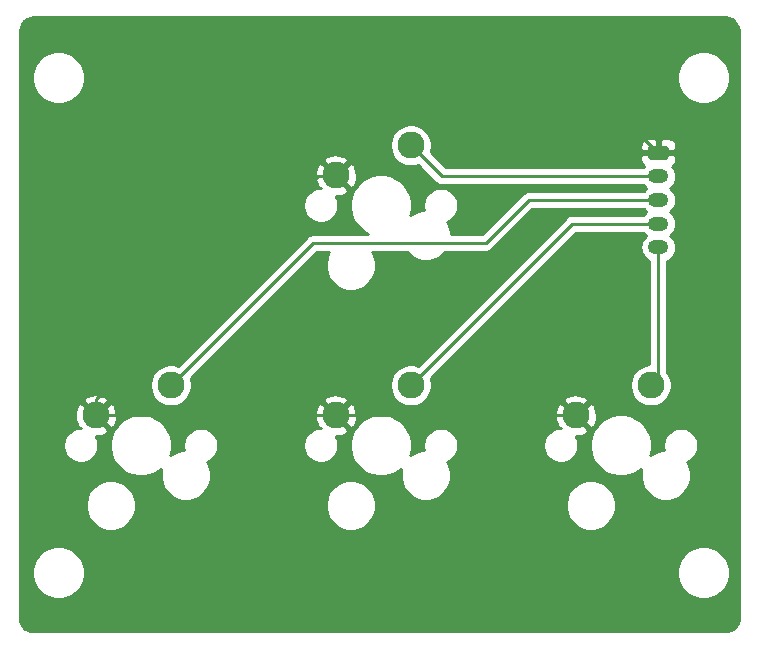
<source format=gtl>
%TF.GenerationSoftware,KiCad,Pcbnew,(5.1.12)-1*%
%TF.CreationDate,2021-12-29T15:11:16-05:00*%
%TF.ProjectId,4keymacropad,346b6579-6d61-4637-926f-7061642e6b69,rev?*%
%TF.SameCoordinates,Original*%
%TF.FileFunction,Copper,L1,Top*%
%TF.FilePolarity,Positive*%
%FSLAX46Y46*%
G04 Gerber Fmt 4.6, Leading zero omitted, Abs format (unit mm)*
G04 Created by KiCad (PCBNEW (5.1.12)-1) date 2021-12-29 15:11:16*
%MOMM*%
%LPD*%
G01*
G04 APERTURE LIST*
%TA.AperFunction,ComponentPad*%
%ADD10O,1.750000X1.200000*%
%TD*%
%TA.AperFunction,ComponentPad*%
%ADD11C,2.286000*%
%TD*%
%TA.AperFunction,Conductor*%
%ADD12C,0.250000*%
%TD*%
%TA.AperFunction,Conductor*%
%ADD13C,0.254000*%
%TD*%
%TA.AperFunction,Conductor*%
%ADD14C,0.100000*%
%TD*%
G04 APERTURE END LIST*
%TO.P,J1,1*%
%TO.N,GND*%
%TA.AperFunction,ComponentPad*%
G36*
G01*
X157489999Y-75600000D02*
X158740001Y-75600000D01*
G75*
G02*
X158990000Y-75849999I0J-249999D01*
G01*
X158990000Y-76550001D01*
G75*
G02*
X158740001Y-76800000I-249999J0D01*
G01*
X157489999Y-76800000D01*
G75*
G02*
X157240000Y-76550001I0J249999D01*
G01*
X157240000Y-75849999D01*
G75*
G02*
X157489999Y-75600000I249999J0D01*
G01*
G37*
%TD.AperFunction*%
D10*
%TO.P,J1,2*%
%TO.N,Net-(J1-Pad2)*%
X158115000Y-78200000D03*
%TO.P,J1,3*%
%TO.N,Net-(J1-Pad3)*%
X158115000Y-80200000D03*
%TO.P,J1,4*%
%TO.N,Net-(J1-Pad4)*%
X158115000Y-82200000D03*
%TO.P,J1,5*%
%TO.N,Net-(J1-Pad5)*%
X158115000Y-84200000D03*
%TD*%
D11*
%TO.P,SW1,1*%
%TO.N,Net-(J1-Pad2)*%
X137160000Y-75565000D03*
%TO.P,SW1,2*%
%TO.N,GND*%
X130810000Y-78105000D03*
%TD*%
%TO.P,SW2,2*%
%TO.N,GND*%
X110490000Y-98425000D03*
%TO.P,SW2,1*%
%TO.N,Net-(J1-Pad3)*%
X116840000Y-95885000D03*
%TD*%
%TO.P,SW3,2*%
%TO.N,GND*%
X130810000Y-98425000D03*
%TO.P,SW3,1*%
%TO.N,Net-(J1-Pad4)*%
X137160000Y-95885000D03*
%TD*%
%TO.P,SW4,1*%
%TO.N,Net-(J1-Pad5)*%
X157480000Y-95885000D03*
%TO.P,SW4,2*%
%TO.N,GND*%
X151130000Y-98425000D03*
%TD*%
D12*
%TO.N,GND*%
X135405002Y-73660000D02*
X130885001Y-78180001D01*
X110490000Y-97019368D02*
X110490000Y-98425000D01*
X129329367Y-78180001D02*
X110490000Y-97019368D01*
X130885001Y-78180001D02*
X129329367Y-78180001D01*
X110490000Y-98425000D02*
X130810000Y-98425000D01*
X151040002Y-98425000D02*
X151085001Y-98380001D01*
X130810000Y-98425000D02*
X151040002Y-98425000D01*
X158211410Y-76200000D02*
X158115000Y-76200000D01*
X158565010Y-75846400D02*
X158211410Y-76200000D01*
X155575000Y-73660000D02*
X135405002Y-73660000D01*
X158115000Y-76200000D02*
X155575000Y-73660000D01*
%TO.N,Net-(J1-Pad2)*%
X136430000Y-74835000D02*
X137235001Y-75640001D01*
X137255000Y-75660000D02*
X137235001Y-75640001D01*
X139795000Y-78200000D02*
X137235001Y-75640001D01*
X158115000Y-78200000D02*
X139795000Y-78200000D01*
%TO.N,Net-(J1-Pad3)*%
X143510000Y-83820000D02*
X143510000Y-83820000D01*
X147130000Y-80200000D02*
X143510000Y-83820000D01*
X158115000Y-80200000D02*
X147130000Y-80200000D01*
X128905000Y-83820000D02*
X116840000Y-95885000D01*
X143510000Y-83820000D02*
X128905000Y-83820000D01*
%TO.N,Net-(J1-Pad5)*%
X157480000Y-95795002D02*
X157435001Y-95840001D01*
%TO.N,Net-(J1-Pad4)*%
X157480000Y-82550000D02*
X157480000Y-82295000D01*
X150845000Y-82200000D02*
X137160000Y-95885000D01*
X158115000Y-82200000D02*
X150845000Y-82200000D01*
%TO.N,Net-(J1-Pad5)*%
X158115000Y-95160002D02*
X157435001Y-95840001D01*
X158115000Y-84200000D02*
X158115000Y-95160002D01*
%TD*%
D13*
%TO.N,GND*%
X163841875Y-64697234D02*
X164097622Y-64774448D01*
X164333504Y-64899869D01*
X164540530Y-65068716D01*
X164710813Y-65274554D01*
X164837879Y-65509556D01*
X164916876Y-65764756D01*
X164948001Y-66060891D01*
X164948000Y-115537721D01*
X164923603Y-115786540D01*
X164860717Y-115994830D01*
X164758572Y-116186938D01*
X164621052Y-116355554D01*
X164453409Y-116494240D01*
X164262017Y-116597725D01*
X164054166Y-116662066D01*
X163807419Y-116688000D01*
X105188279Y-116688000D01*
X104939460Y-116663603D01*
X104731170Y-116600717D01*
X104539062Y-116498572D01*
X104370446Y-116361052D01*
X104231760Y-116193409D01*
X104128275Y-116002017D01*
X104063934Y-115794166D01*
X104038000Y-115547419D01*
X104038000Y-111539872D01*
X105080000Y-111539872D01*
X105080000Y-111980128D01*
X105165890Y-112411925D01*
X105334369Y-112818669D01*
X105578962Y-113184729D01*
X105890271Y-113496038D01*
X106256331Y-113740631D01*
X106663075Y-113909110D01*
X107094872Y-113995000D01*
X107535128Y-113995000D01*
X107966925Y-113909110D01*
X108373669Y-113740631D01*
X108739729Y-113496038D01*
X109051038Y-113184729D01*
X109295631Y-112818669D01*
X109464110Y-112411925D01*
X109550000Y-111980128D01*
X109550000Y-111539872D01*
X159690000Y-111539872D01*
X159690000Y-111980128D01*
X159775890Y-112411925D01*
X159944369Y-112818669D01*
X160188962Y-113184729D01*
X160500271Y-113496038D01*
X160866331Y-113740631D01*
X161273075Y-113909110D01*
X161704872Y-113995000D01*
X162145128Y-113995000D01*
X162576925Y-113909110D01*
X162983669Y-113740631D01*
X163349729Y-113496038D01*
X163661038Y-113184729D01*
X163905631Y-112818669D01*
X164074110Y-112411925D01*
X164160000Y-111980128D01*
X164160000Y-111539872D01*
X164074110Y-111108075D01*
X163905631Y-110701331D01*
X163661038Y-110335271D01*
X163349729Y-110023962D01*
X162983669Y-109779369D01*
X162576925Y-109610890D01*
X162145128Y-109525000D01*
X161704872Y-109525000D01*
X161273075Y-109610890D01*
X160866331Y-109779369D01*
X160500271Y-110023962D01*
X160188962Y-110335271D01*
X159944369Y-110701331D01*
X159775890Y-111108075D01*
X159690000Y-111539872D01*
X109550000Y-111539872D01*
X109464110Y-111108075D01*
X109295631Y-110701331D01*
X109051038Y-110335271D01*
X108739729Y-110023962D01*
X108373669Y-109779369D01*
X107966925Y-109610890D01*
X107535128Y-109525000D01*
X107094872Y-109525000D01*
X106663075Y-109610890D01*
X106256331Y-109779369D01*
X105890271Y-110023962D01*
X105578962Y-110335271D01*
X105334369Y-110701331D01*
X105165890Y-111108075D01*
X105080000Y-111539872D01*
X104038000Y-111539872D01*
X104038000Y-105834721D01*
X109625000Y-105834721D01*
X109625000Y-106255279D01*
X109707047Y-106667756D01*
X109867988Y-107056302D01*
X110101637Y-107405983D01*
X110399017Y-107703363D01*
X110748698Y-107937012D01*
X111137244Y-108097953D01*
X111549721Y-108180000D01*
X111970279Y-108180000D01*
X112382756Y-108097953D01*
X112771302Y-107937012D01*
X113120983Y-107703363D01*
X113418363Y-107405983D01*
X113652012Y-107056302D01*
X113812953Y-106667756D01*
X113895000Y-106255279D01*
X113895000Y-105834721D01*
X129945000Y-105834721D01*
X129945000Y-106255279D01*
X130027047Y-106667756D01*
X130187988Y-107056302D01*
X130421637Y-107405983D01*
X130719017Y-107703363D01*
X131068698Y-107937012D01*
X131457244Y-108097953D01*
X131869721Y-108180000D01*
X132290279Y-108180000D01*
X132702756Y-108097953D01*
X133091302Y-107937012D01*
X133440983Y-107703363D01*
X133738363Y-107405983D01*
X133972012Y-107056302D01*
X134132953Y-106667756D01*
X134215000Y-106255279D01*
X134215000Y-105834721D01*
X150265000Y-105834721D01*
X150265000Y-106255279D01*
X150347047Y-106667756D01*
X150507988Y-107056302D01*
X150741637Y-107405983D01*
X151039017Y-107703363D01*
X151388698Y-107937012D01*
X151777244Y-108097953D01*
X152189721Y-108180000D01*
X152610279Y-108180000D01*
X153022756Y-108097953D01*
X153411302Y-107937012D01*
X153760983Y-107703363D01*
X154058363Y-107405983D01*
X154292012Y-107056302D01*
X154452953Y-106667756D01*
X154535000Y-106255279D01*
X154535000Y-105834721D01*
X154452953Y-105422244D01*
X154292012Y-105033698D01*
X154058363Y-104684017D01*
X153760983Y-104386637D01*
X153411302Y-104152988D01*
X153022756Y-103992047D01*
X152610279Y-103910000D01*
X152189721Y-103910000D01*
X151777244Y-103992047D01*
X151388698Y-104152988D01*
X151039017Y-104386637D01*
X150741637Y-104684017D01*
X150507988Y-105033698D01*
X150347047Y-105422244D01*
X150265000Y-105834721D01*
X134215000Y-105834721D01*
X134132953Y-105422244D01*
X133972012Y-105033698D01*
X133738363Y-104684017D01*
X133440983Y-104386637D01*
X133091302Y-104152988D01*
X132702756Y-103992047D01*
X132290279Y-103910000D01*
X131869721Y-103910000D01*
X131457244Y-103992047D01*
X131068698Y-104152988D01*
X130719017Y-104386637D01*
X130421637Y-104684017D01*
X130187988Y-105033698D01*
X130027047Y-105422244D01*
X129945000Y-105834721D01*
X113895000Y-105834721D01*
X113812953Y-105422244D01*
X113652012Y-105033698D01*
X113418363Y-104684017D01*
X113120983Y-104386637D01*
X112771302Y-104152988D01*
X112382756Y-103992047D01*
X111970279Y-103910000D01*
X111549721Y-103910000D01*
X111137244Y-103992047D01*
X110748698Y-104152988D01*
X110399017Y-104386637D01*
X110101637Y-104684017D01*
X109867988Y-105033698D01*
X109707047Y-105422244D01*
X109625000Y-105834721D01*
X104038000Y-105834721D01*
X104038000Y-100818652D01*
X107734100Y-100818652D01*
X107734100Y-101111348D01*
X107791202Y-101398421D01*
X107903212Y-101668838D01*
X108065826Y-101912206D01*
X108272794Y-102119174D01*
X108516162Y-102281788D01*
X108786579Y-102393798D01*
X109073652Y-102450900D01*
X109366348Y-102450900D01*
X109653421Y-102393798D01*
X109923838Y-102281788D01*
X110167206Y-102119174D01*
X110374174Y-101912206D01*
X110536788Y-101668838D01*
X110648798Y-101398421D01*
X110705900Y-101111348D01*
X110705900Y-100818652D01*
X110683508Y-100706076D01*
X111671100Y-100706076D01*
X111671100Y-101223924D01*
X111772127Y-101731822D01*
X111970299Y-102210251D01*
X112258000Y-102640826D01*
X112624174Y-103007000D01*
X113054749Y-103294701D01*
X113533178Y-103492873D01*
X114041076Y-103593900D01*
X114558924Y-103593900D01*
X115066822Y-103492873D01*
X115545251Y-103294701D01*
X115975826Y-103007000D01*
X116046237Y-102936589D01*
X115975000Y-103294721D01*
X115975000Y-103715279D01*
X116057047Y-104127756D01*
X116217988Y-104516302D01*
X116451637Y-104865983D01*
X116749017Y-105163363D01*
X117098698Y-105397012D01*
X117487244Y-105557953D01*
X117899721Y-105640000D01*
X118320279Y-105640000D01*
X118732756Y-105557953D01*
X119121302Y-105397012D01*
X119470983Y-105163363D01*
X119768363Y-104865983D01*
X120002012Y-104516302D01*
X120162953Y-104127756D01*
X120245000Y-103715279D01*
X120245000Y-103294721D01*
X120162953Y-102882244D01*
X120002012Y-102493698D01*
X119908850Y-102354270D01*
X120083838Y-102281788D01*
X120327206Y-102119174D01*
X120534174Y-101912206D01*
X120696788Y-101668838D01*
X120808798Y-101398421D01*
X120865900Y-101111348D01*
X120865900Y-100818652D01*
X128054100Y-100818652D01*
X128054100Y-101111348D01*
X128111202Y-101398421D01*
X128223212Y-101668838D01*
X128385826Y-101912206D01*
X128592794Y-102119174D01*
X128836162Y-102281788D01*
X129106579Y-102393798D01*
X129393652Y-102450900D01*
X129686348Y-102450900D01*
X129973421Y-102393798D01*
X130243838Y-102281788D01*
X130487206Y-102119174D01*
X130694174Y-101912206D01*
X130856788Y-101668838D01*
X130968798Y-101398421D01*
X131025900Y-101111348D01*
X131025900Y-100818652D01*
X131003508Y-100706076D01*
X131991100Y-100706076D01*
X131991100Y-101223924D01*
X132092127Y-101731822D01*
X132290299Y-102210251D01*
X132578000Y-102640826D01*
X132944174Y-103007000D01*
X133374749Y-103294701D01*
X133853178Y-103492873D01*
X134361076Y-103593900D01*
X134878924Y-103593900D01*
X135386822Y-103492873D01*
X135865251Y-103294701D01*
X136295826Y-103007000D01*
X136366237Y-102936589D01*
X136295000Y-103294721D01*
X136295000Y-103715279D01*
X136377047Y-104127756D01*
X136537988Y-104516302D01*
X136771637Y-104865983D01*
X137069017Y-105163363D01*
X137418698Y-105397012D01*
X137807244Y-105557953D01*
X138219721Y-105640000D01*
X138640279Y-105640000D01*
X139052756Y-105557953D01*
X139441302Y-105397012D01*
X139790983Y-105163363D01*
X140088363Y-104865983D01*
X140322012Y-104516302D01*
X140482953Y-104127756D01*
X140565000Y-103715279D01*
X140565000Y-103294721D01*
X140482953Y-102882244D01*
X140322012Y-102493698D01*
X140228850Y-102354270D01*
X140403838Y-102281788D01*
X140647206Y-102119174D01*
X140854174Y-101912206D01*
X141016788Y-101668838D01*
X141128798Y-101398421D01*
X141185900Y-101111348D01*
X141185900Y-100818652D01*
X148374100Y-100818652D01*
X148374100Y-101111348D01*
X148431202Y-101398421D01*
X148543212Y-101668838D01*
X148705826Y-101912206D01*
X148912794Y-102119174D01*
X149156162Y-102281788D01*
X149426579Y-102393798D01*
X149713652Y-102450900D01*
X150006348Y-102450900D01*
X150293421Y-102393798D01*
X150563838Y-102281788D01*
X150807206Y-102119174D01*
X151014174Y-101912206D01*
X151176788Y-101668838D01*
X151288798Y-101398421D01*
X151345900Y-101111348D01*
X151345900Y-100818652D01*
X151323508Y-100706076D01*
X152311100Y-100706076D01*
X152311100Y-101223924D01*
X152412127Y-101731822D01*
X152610299Y-102210251D01*
X152898000Y-102640826D01*
X153264174Y-103007000D01*
X153694749Y-103294701D01*
X154173178Y-103492873D01*
X154681076Y-103593900D01*
X155198924Y-103593900D01*
X155706822Y-103492873D01*
X156185251Y-103294701D01*
X156615826Y-103007000D01*
X156686237Y-102936589D01*
X156615000Y-103294721D01*
X156615000Y-103715279D01*
X156697047Y-104127756D01*
X156857988Y-104516302D01*
X157091637Y-104865983D01*
X157389017Y-105163363D01*
X157738698Y-105397012D01*
X158127244Y-105557953D01*
X158539721Y-105640000D01*
X158960279Y-105640000D01*
X159372756Y-105557953D01*
X159761302Y-105397012D01*
X160110983Y-105163363D01*
X160408363Y-104865983D01*
X160642012Y-104516302D01*
X160802953Y-104127756D01*
X160885000Y-103715279D01*
X160885000Y-103294721D01*
X160802953Y-102882244D01*
X160642012Y-102493698D01*
X160548850Y-102354270D01*
X160723838Y-102281788D01*
X160967206Y-102119174D01*
X161174174Y-101912206D01*
X161336788Y-101668838D01*
X161448798Y-101398421D01*
X161505900Y-101111348D01*
X161505900Y-100818652D01*
X161448798Y-100531579D01*
X161336788Y-100261162D01*
X161174174Y-100017794D01*
X160967206Y-99810826D01*
X160723838Y-99648212D01*
X160453421Y-99536202D01*
X160166348Y-99479100D01*
X159873652Y-99479100D01*
X159586579Y-99536202D01*
X159316162Y-99648212D01*
X159072794Y-99810826D01*
X158865826Y-100017794D01*
X158703212Y-100261162D01*
X158591202Y-100531579D01*
X158534100Y-100818652D01*
X158534100Y-101111348D01*
X158585549Y-101370000D01*
X158539721Y-101370000D01*
X158127244Y-101452047D01*
X157738698Y-101612988D01*
X157432292Y-101817721D01*
X157467873Y-101731822D01*
X157568900Y-101223924D01*
X157568900Y-100706076D01*
X157467873Y-100198178D01*
X157269701Y-99719749D01*
X156982000Y-99289174D01*
X156615826Y-98923000D01*
X156185251Y-98635299D01*
X155706822Y-98437127D01*
X155198924Y-98336100D01*
X154681076Y-98336100D01*
X154173178Y-98437127D01*
X153694749Y-98635299D01*
X153264174Y-98923000D01*
X152898000Y-99289174D01*
X152610299Y-99719749D01*
X152412127Y-100198178D01*
X152311100Y-100706076D01*
X151323508Y-100706076D01*
X151288798Y-100531579D01*
X151176788Y-100261162D01*
X151141030Y-100207646D01*
X151186938Y-100210694D01*
X151534216Y-100165275D01*
X151865960Y-100052977D01*
X152074736Y-99941384D01*
X152187755Y-99662360D01*
X151130000Y-98604605D01*
X151115858Y-98618748D01*
X150936253Y-98439143D01*
X150950395Y-98425000D01*
X151309605Y-98425000D01*
X152367360Y-99482755D01*
X152646384Y-99369736D01*
X152801556Y-99055751D01*
X152892491Y-98717527D01*
X152915694Y-98368062D01*
X152870275Y-98020784D01*
X152757977Y-97689040D01*
X152646384Y-97480264D01*
X152367360Y-97367245D01*
X151309605Y-98425000D01*
X150950395Y-98425000D01*
X149892640Y-97367245D01*
X149613616Y-97480264D01*
X149458444Y-97794249D01*
X149367509Y-98132473D01*
X149344306Y-98481938D01*
X149389725Y-98829216D01*
X149502023Y-99160960D01*
X149613616Y-99369736D01*
X149883616Y-99479100D01*
X149713652Y-99479100D01*
X149426579Y-99536202D01*
X149156162Y-99648212D01*
X148912794Y-99810826D01*
X148705826Y-100017794D01*
X148543212Y-100261162D01*
X148431202Y-100531579D01*
X148374100Y-100818652D01*
X141185900Y-100818652D01*
X141128798Y-100531579D01*
X141016788Y-100261162D01*
X140854174Y-100017794D01*
X140647206Y-99810826D01*
X140403838Y-99648212D01*
X140133421Y-99536202D01*
X139846348Y-99479100D01*
X139553652Y-99479100D01*
X139266579Y-99536202D01*
X138996162Y-99648212D01*
X138752794Y-99810826D01*
X138545826Y-100017794D01*
X138383212Y-100261162D01*
X138271202Y-100531579D01*
X138214100Y-100818652D01*
X138214100Y-101111348D01*
X138265549Y-101370000D01*
X138219721Y-101370000D01*
X137807244Y-101452047D01*
X137418698Y-101612988D01*
X137112292Y-101817721D01*
X137147873Y-101731822D01*
X137248900Y-101223924D01*
X137248900Y-100706076D01*
X137147873Y-100198178D01*
X136949701Y-99719749D01*
X136662000Y-99289174D01*
X136295826Y-98923000D01*
X135865251Y-98635299D01*
X135386822Y-98437127D01*
X134878924Y-98336100D01*
X134361076Y-98336100D01*
X133853178Y-98437127D01*
X133374749Y-98635299D01*
X132944174Y-98923000D01*
X132578000Y-99289174D01*
X132290299Y-99719749D01*
X132092127Y-100198178D01*
X131991100Y-100706076D01*
X131003508Y-100706076D01*
X130968798Y-100531579D01*
X130856788Y-100261162D01*
X130821030Y-100207646D01*
X130866938Y-100210694D01*
X131214216Y-100165275D01*
X131545960Y-100052977D01*
X131754736Y-99941384D01*
X131867755Y-99662360D01*
X130810000Y-98604605D01*
X130795858Y-98618748D01*
X130616253Y-98439143D01*
X130630395Y-98425000D01*
X130989605Y-98425000D01*
X132047360Y-99482755D01*
X132326384Y-99369736D01*
X132481556Y-99055751D01*
X132572491Y-98717527D01*
X132595694Y-98368062D01*
X132550275Y-98020784D01*
X132437977Y-97689040D01*
X132326384Y-97480264D01*
X132047360Y-97367245D01*
X130989605Y-98425000D01*
X130630395Y-98425000D01*
X129572640Y-97367245D01*
X129293616Y-97480264D01*
X129138444Y-97794249D01*
X129047509Y-98132473D01*
X129024306Y-98481938D01*
X129069725Y-98829216D01*
X129182023Y-99160960D01*
X129293616Y-99369736D01*
X129563616Y-99479100D01*
X129393652Y-99479100D01*
X129106579Y-99536202D01*
X128836162Y-99648212D01*
X128592794Y-99810826D01*
X128385826Y-100017794D01*
X128223212Y-100261162D01*
X128111202Y-100531579D01*
X128054100Y-100818652D01*
X120865900Y-100818652D01*
X120808798Y-100531579D01*
X120696788Y-100261162D01*
X120534174Y-100017794D01*
X120327206Y-99810826D01*
X120083838Y-99648212D01*
X119813421Y-99536202D01*
X119526348Y-99479100D01*
X119233652Y-99479100D01*
X118946579Y-99536202D01*
X118676162Y-99648212D01*
X118432794Y-99810826D01*
X118225826Y-100017794D01*
X118063212Y-100261162D01*
X117951202Y-100531579D01*
X117894100Y-100818652D01*
X117894100Y-101111348D01*
X117945549Y-101370000D01*
X117899721Y-101370000D01*
X117487244Y-101452047D01*
X117098698Y-101612988D01*
X116792292Y-101817721D01*
X116827873Y-101731822D01*
X116928900Y-101223924D01*
X116928900Y-100706076D01*
X116827873Y-100198178D01*
X116629701Y-99719749D01*
X116342000Y-99289174D01*
X115975826Y-98923000D01*
X115545251Y-98635299D01*
X115066822Y-98437127D01*
X114558924Y-98336100D01*
X114041076Y-98336100D01*
X113533178Y-98437127D01*
X113054749Y-98635299D01*
X112624174Y-98923000D01*
X112258000Y-99289174D01*
X111970299Y-99719749D01*
X111772127Y-100198178D01*
X111671100Y-100706076D01*
X110683508Y-100706076D01*
X110648798Y-100531579D01*
X110536788Y-100261162D01*
X110501030Y-100207646D01*
X110546938Y-100210694D01*
X110894216Y-100165275D01*
X111225960Y-100052977D01*
X111434736Y-99941384D01*
X111547755Y-99662360D01*
X110490000Y-98604605D01*
X110475858Y-98618748D01*
X110296253Y-98439143D01*
X110310395Y-98425000D01*
X110669605Y-98425000D01*
X111727360Y-99482755D01*
X112006384Y-99369736D01*
X112161556Y-99055751D01*
X112252491Y-98717527D01*
X112275694Y-98368062D01*
X112230275Y-98020784D01*
X112117977Y-97689040D01*
X112006384Y-97480264D01*
X111727360Y-97367245D01*
X110669605Y-98425000D01*
X110310395Y-98425000D01*
X109252640Y-97367245D01*
X108973616Y-97480264D01*
X108818444Y-97794249D01*
X108727509Y-98132473D01*
X108704306Y-98481938D01*
X108749725Y-98829216D01*
X108862023Y-99160960D01*
X108973616Y-99369736D01*
X109243616Y-99479100D01*
X109073652Y-99479100D01*
X108786579Y-99536202D01*
X108516162Y-99648212D01*
X108272794Y-99810826D01*
X108065826Y-100017794D01*
X107903212Y-100261162D01*
X107791202Y-100531579D01*
X107734100Y-100818652D01*
X104038000Y-100818652D01*
X104038000Y-97187640D01*
X109432245Y-97187640D01*
X110490000Y-98245395D01*
X111547755Y-97187640D01*
X111434736Y-96908616D01*
X111120751Y-96753444D01*
X110782527Y-96662509D01*
X110433062Y-96639306D01*
X110085784Y-96684725D01*
X109754040Y-96797023D01*
X109545264Y-96908616D01*
X109432245Y-97187640D01*
X104038000Y-97187640D01*
X104038000Y-95709882D01*
X115062000Y-95709882D01*
X115062000Y-96060118D01*
X115130328Y-96403623D01*
X115264357Y-96727199D01*
X115458937Y-97018409D01*
X115706591Y-97266063D01*
X115997801Y-97460643D01*
X116321377Y-97594672D01*
X116664882Y-97663000D01*
X117015118Y-97663000D01*
X117358623Y-97594672D01*
X117682199Y-97460643D01*
X117973409Y-97266063D01*
X118051832Y-97187640D01*
X129752245Y-97187640D01*
X130810000Y-98245395D01*
X131867755Y-97187640D01*
X131754736Y-96908616D01*
X131440751Y-96753444D01*
X131102527Y-96662509D01*
X130753062Y-96639306D01*
X130405784Y-96684725D01*
X130074040Y-96797023D01*
X129865264Y-96908616D01*
X129752245Y-97187640D01*
X118051832Y-97187640D01*
X118221063Y-97018409D01*
X118415643Y-96727199D01*
X118549672Y-96403623D01*
X118618000Y-96060118D01*
X118618000Y-95709882D01*
X118549672Y-95366377D01*
X118515624Y-95284177D01*
X129219802Y-84580000D01*
X130277322Y-84580000D01*
X130187988Y-84713698D01*
X130027047Y-85102244D01*
X129945000Y-85514721D01*
X129945000Y-85935279D01*
X130027047Y-86347756D01*
X130187988Y-86736302D01*
X130421637Y-87085983D01*
X130719017Y-87383363D01*
X131068698Y-87617012D01*
X131457244Y-87777953D01*
X131869721Y-87860000D01*
X132290279Y-87860000D01*
X132702756Y-87777953D01*
X133091302Y-87617012D01*
X133440983Y-87383363D01*
X133738363Y-87085983D01*
X133972012Y-86736302D01*
X134132953Y-86347756D01*
X134215000Y-85935279D01*
X134215000Y-85514721D01*
X134132953Y-85102244D01*
X133972012Y-84713698D01*
X133882678Y-84580000D01*
X136805654Y-84580000D01*
X137069017Y-84843363D01*
X137418698Y-85077012D01*
X137807244Y-85237953D01*
X138219721Y-85320000D01*
X138640279Y-85320000D01*
X139052756Y-85237953D01*
X139441302Y-85077012D01*
X139790983Y-84843363D01*
X140054346Y-84580000D01*
X143472678Y-84580000D01*
X143510000Y-84583676D01*
X143547322Y-84580000D01*
X143547333Y-84580000D01*
X143658986Y-84569003D01*
X143802247Y-84525546D01*
X143934276Y-84454974D01*
X144050001Y-84360001D01*
X144073804Y-84330997D01*
X147444802Y-80960000D01*
X156866067Y-80960000D01*
X156962498Y-81077502D01*
X157111762Y-81200000D01*
X156962498Y-81322498D01*
X156866067Y-81440000D01*
X150882333Y-81440000D01*
X150845000Y-81436323D01*
X150807667Y-81440000D01*
X150696014Y-81450997D01*
X150552753Y-81494454D01*
X150420724Y-81565026D01*
X150304999Y-81659999D01*
X150281201Y-81688997D01*
X137760823Y-94209376D01*
X137678623Y-94175328D01*
X137335118Y-94107000D01*
X136984882Y-94107000D01*
X136641377Y-94175328D01*
X136317801Y-94309357D01*
X136026591Y-94503937D01*
X135778937Y-94751591D01*
X135584357Y-95042801D01*
X135450328Y-95366377D01*
X135382000Y-95709882D01*
X135382000Y-96060118D01*
X135450328Y-96403623D01*
X135584357Y-96727199D01*
X135778937Y-97018409D01*
X136026591Y-97266063D01*
X136317801Y-97460643D01*
X136641377Y-97594672D01*
X136984882Y-97663000D01*
X137335118Y-97663000D01*
X137678623Y-97594672D01*
X138002199Y-97460643D01*
X138293409Y-97266063D01*
X138371832Y-97187640D01*
X150072245Y-97187640D01*
X151130000Y-98245395D01*
X152187755Y-97187640D01*
X152074736Y-96908616D01*
X151760751Y-96753444D01*
X151422527Y-96662509D01*
X151073062Y-96639306D01*
X150725784Y-96684725D01*
X150394040Y-96797023D01*
X150185264Y-96908616D01*
X150072245Y-97187640D01*
X138371832Y-97187640D01*
X138541063Y-97018409D01*
X138735643Y-96727199D01*
X138869672Y-96403623D01*
X138938000Y-96060118D01*
X138938000Y-95709882D01*
X138869672Y-95366377D01*
X138835624Y-95284177D01*
X151159802Y-82960000D01*
X156837396Y-82960000D01*
X156845026Y-82974275D01*
X156939999Y-83090001D01*
X157055724Y-83184974D01*
X157100747Y-83209040D01*
X156962498Y-83322498D01*
X156808167Y-83510551D01*
X156693489Y-83725099D01*
X156622870Y-83957898D01*
X156599025Y-84200000D01*
X156622870Y-84442102D01*
X156693489Y-84674901D01*
X156808167Y-84889449D01*
X156962498Y-85077502D01*
X157150551Y-85231833D01*
X157355000Y-85341113D01*
X157355001Y-94107000D01*
X157304882Y-94107000D01*
X156961377Y-94175328D01*
X156637801Y-94309357D01*
X156346591Y-94503937D01*
X156098937Y-94751591D01*
X155904357Y-95042801D01*
X155770328Y-95366377D01*
X155702000Y-95709882D01*
X155702000Y-96060118D01*
X155770328Y-96403623D01*
X155904357Y-96727199D01*
X156098937Y-97018409D01*
X156346591Y-97266063D01*
X156637801Y-97460643D01*
X156961377Y-97594672D01*
X157304882Y-97663000D01*
X157655118Y-97663000D01*
X157998623Y-97594672D01*
X158322199Y-97460643D01*
X158613409Y-97266063D01*
X158861063Y-97018409D01*
X159055643Y-96727199D01*
X159189672Y-96403623D01*
X159258000Y-96060118D01*
X159258000Y-95709882D01*
X159189672Y-95366377D01*
X159055643Y-95042801D01*
X158875000Y-94772449D01*
X158875000Y-85341113D01*
X159079449Y-85231833D01*
X159267502Y-85077502D01*
X159421833Y-84889449D01*
X159536511Y-84674901D01*
X159607130Y-84442102D01*
X159630975Y-84200000D01*
X159607130Y-83957898D01*
X159536511Y-83725099D01*
X159421833Y-83510551D01*
X159267502Y-83322498D01*
X159118238Y-83200000D01*
X159267502Y-83077502D01*
X159421833Y-82889449D01*
X159536511Y-82674901D01*
X159607130Y-82442102D01*
X159630975Y-82200000D01*
X159607130Y-81957898D01*
X159536511Y-81725099D01*
X159421833Y-81510551D01*
X159267502Y-81322498D01*
X159118238Y-81200000D01*
X159267502Y-81077502D01*
X159421833Y-80889449D01*
X159536511Y-80674901D01*
X159607130Y-80442102D01*
X159630975Y-80200000D01*
X159607130Y-79957898D01*
X159536511Y-79725099D01*
X159421833Y-79510551D01*
X159267502Y-79322498D01*
X159118238Y-79200000D01*
X159267502Y-79077502D01*
X159421833Y-78889449D01*
X159536511Y-78674901D01*
X159607130Y-78442102D01*
X159630975Y-78200000D01*
X159607130Y-77957898D01*
X159536511Y-77725099D01*
X159421833Y-77510551D01*
X159295564Y-77356691D01*
X159344494Y-77330537D01*
X159441185Y-77251185D01*
X159520537Y-77154494D01*
X159579502Y-77044180D01*
X159615812Y-76924482D01*
X159628072Y-76800000D01*
X159625000Y-76485750D01*
X159466250Y-76327000D01*
X158242000Y-76327000D01*
X158242000Y-76347000D01*
X157988000Y-76347000D01*
X157988000Y-76327000D01*
X156763750Y-76327000D01*
X156605000Y-76485750D01*
X156601928Y-76800000D01*
X156614188Y-76924482D01*
X156650498Y-77044180D01*
X156709463Y-77154494D01*
X156788815Y-77251185D01*
X156885506Y-77330537D01*
X156934436Y-77356691D01*
X156866067Y-77440000D01*
X140109802Y-77440000D01*
X138835624Y-76165823D01*
X138869672Y-76083623D01*
X138938000Y-75740118D01*
X138938000Y-75600000D01*
X156601928Y-75600000D01*
X156605000Y-75914250D01*
X156763750Y-76073000D01*
X157988000Y-76073000D01*
X157988000Y-75123750D01*
X158242000Y-75123750D01*
X158242000Y-76073000D01*
X159466250Y-76073000D01*
X159625000Y-75914250D01*
X159628072Y-75600000D01*
X159615812Y-75475518D01*
X159579502Y-75355820D01*
X159520537Y-75245506D01*
X159441185Y-75148815D01*
X159344494Y-75069463D01*
X159234180Y-75010498D01*
X159114482Y-74974188D01*
X158990000Y-74961928D01*
X158400750Y-74965000D01*
X158242000Y-75123750D01*
X157988000Y-75123750D01*
X157829250Y-74965000D01*
X157240000Y-74961928D01*
X157115518Y-74974188D01*
X156995820Y-75010498D01*
X156885506Y-75069463D01*
X156788815Y-75148815D01*
X156709463Y-75245506D01*
X156650498Y-75355820D01*
X156614188Y-75475518D01*
X156601928Y-75600000D01*
X138938000Y-75600000D01*
X138938000Y-75389882D01*
X138869672Y-75046377D01*
X138735643Y-74722801D01*
X138541063Y-74431591D01*
X138293409Y-74183937D01*
X138002199Y-73989357D01*
X137678623Y-73855328D01*
X137335118Y-73787000D01*
X136984882Y-73787000D01*
X136641377Y-73855328D01*
X136317801Y-73989357D01*
X136026591Y-74183937D01*
X136015989Y-74194539D01*
X136005724Y-74200026D01*
X135889999Y-74294999D01*
X135795026Y-74410724D01*
X135789539Y-74420989D01*
X135778937Y-74431591D01*
X135584357Y-74722801D01*
X135450328Y-75046377D01*
X135382000Y-75389882D01*
X135382000Y-75740118D01*
X135450328Y-76083623D01*
X135584357Y-76407199D01*
X135778937Y-76698409D01*
X136026591Y-76946063D01*
X136317801Y-77140643D01*
X136641377Y-77274672D01*
X136984882Y-77343000D01*
X137335118Y-77343000D01*
X137678623Y-77274672D01*
X137760823Y-77240624D01*
X139231201Y-78711003D01*
X139254999Y-78740001D01*
X139370724Y-78834974D01*
X139502753Y-78905546D01*
X139646014Y-78949003D01*
X139757667Y-78960000D01*
X139757676Y-78960000D01*
X139794999Y-78963676D01*
X139832322Y-78960000D01*
X156866067Y-78960000D01*
X156962498Y-79077502D01*
X157111762Y-79200000D01*
X156962498Y-79322498D01*
X156866067Y-79440000D01*
X147167322Y-79440000D01*
X147129999Y-79436324D01*
X147092676Y-79440000D01*
X147092667Y-79440000D01*
X146981014Y-79450997D01*
X146849713Y-79490826D01*
X146837753Y-79494454D01*
X146705723Y-79565026D01*
X146622083Y-79633668D01*
X146589999Y-79659999D01*
X146566201Y-79688997D01*
X143195199Y-83060000D01*
X140565000Y-83060000D01*
X140565000Y-82974721D01*
X140482953Y-82562244D01*
X140322012Y-82173698D01*
X140228850Y-82034270D01*
X140403838Y-81961788D01*
X140647206Y-81799174D01*
X140854174Y-81592206D01*
X141016788Y-81348838D01*
X141128798Y-81078421D01*
X141185900Y-80791348D01*
X141185900Y-80498652D01*
X141128798Y-80211579D01*
X141016788Y-79941162D01*
X140854174Y-79697794D01*
X140647206Y-79490826D01*
X140403838Y-79328212D01*
X140133421Y-79216202D01*
X139846348Y-79159100D01*
X139553652Y-79159100D01*
X139266579Y-79216202D01*
X138996162Y-79328212D01*
X138752794Y-79490826D01*
X138545826Y-79697794D01*
X138383212Y-79941162D01*
X138271202Y-80211579D01*
X138214100Y-80498652D01*
X138214100Y-80791348D01*
X138265549Y-81050000D01*
X138219721Y-81050000D01*
X137807244Y-81132047D01*
X137418698Y-81292988D01*
X137112292Y-81497721D01*
X137147873Y-81411822D01*
X137248900Y-80903924D01*
X137248900Y-80386076D01*
X137147873Y-79878178D01*
X136949701Y-79399749D01*
X136662000Y-78969174D01*
X136295826Y-78603000D01*
X135865251Y-78315299D01*
X135386822Y-78117127D01*
X134878924Y-78016100D01*
X134361076Y-78016100D01*
X133853178Y-78117127D01*
X133374749Y-78315299D01*
X132944174Y-78603000D01*
X132578000Y-78969174D01*
X132290299Y-79399749D01*
X132092127Y-79878178D01*
X131991100Y-80386076D01*
X131991100Y-80903924D01*
X132092127Y-81411822D01*
X132290299Y-81890251D01*
X132578000Y-82320826D01*
X132944174Y-82687000D01*
X133374749Y-82974701D01*
X133580679Y-83060000D01*
X128942325Y-83060000D01*
X128905000Y-83056324D01*
X128867675Y-83060000D01*
X128867667Y-83060000D01*
X128756014Y-83070997D01*
X128612753Y-83114454D01*
X128480724Y-83185026D01*
X128364999Y-83279999D01*
X128341201Y-83308997D01*
X117440823Y-94209376D01*
X117358623Y-94175328D01*
X117015118Y-94107000D01*
X116664882Y-94107000D01*
X116321377Y-94175328D01*
X115997801Y-94309357D01*
X115706591Y-94503937D01*
X115458937Y-94751591D01*
X115264357Y-95042801D01*
X115130328Y-95366377D01*
X115062000Y-95709882D01*
X104038000Y-95709882D01*
X104038000Y-80498652D01*
X128054100Y-80498652D01*
X128054100Y-80791348D01*
X128111202Y-81078421D01*
X128223212Y-81348838D01*
X128385826Y-81592206D01*
X128592794Y-81799174D01*
X128836162Y-81961788D01*
X129106579Y-82073798D01*
X129393652Y-82130900D01*
X129686348Y-82130900D01*
X129973421Y-82073798D01*
X130243838Y-81961788D01*
X130487206Y-81799174D01*
X130694174Y-81592206D01*
X130856788Y-81348838D01*
X130968798Y-81078421D01*
X131025900Y-80791348D01*
X131025900Y-80498652D01*
X130968798Y-80211579D01*
X130856788Y-79941162D01*
X130821030Y-79887646D01*
X130866938Y-79890694D01*
X131214216Y-79845275D01*
X131545960Y-79732977D01*
X131754736Y-79621384D01*
X131867755Y-79342360D01*
X130810000Y-78284605D01*
X130795858Y-78298748D01*
X130616253Y-78119143D01*
X130630395Y-78105000D01*
X130989605Y-78105000D01*
X132047360Y-79162755D01*
X132326384Y-79049736D01*
X132481556Y-78735751D01*
X132572491Y-78397527D01*
X132595694Y-78048062D01*
X132550275Y-77700784D01*
X132437977Y-77369040D01*
X132326384Y-77160264D01*
X132047360Y-77047245D01*
X130989605Y-78105000D01*
X130630395Y-78105000D01*
X129572640Y-77047245D01*
X129293616Y-77160264D01*
X129138444Y-77474249D01*
X129047509Y-77812473D01*
X129024306Y-78161938D01*
X129069725Y-78509216D01*
X129182023Y-78840960D01*
X129293616Y-79049736D01*
X129563616Y-79159100D01*
X129393652Y-79159100D01*
X129106579Y-79216202D01*
X128836162Y-79328212D01*
X128592794Y-79490826D01*
X128385826Y-79697794D01*
X128223212Y-79941162D01*
X128111202Y-80211579D01*
X128054100Y-80498652D01*
X104038000Y-80498652D01*
X104038000Y-76867640D01*
X129752245Y-76867640D01*
X130810000Y-77925395D01*
X131867755Y-76867640D01*
X131754736Y-76588616D01*
X131440751Y-76433444D01*
X131102527Y-76342509D01*
X130753062Y-76319306D01*
X130405784Y-76364725D01*
X130074040Y-76477023D01*
X129865264Y-76588616D01*
X129752245Y-76867640D01*
X104038000Y-76867640D01*
X104038000Y-69629872D01*
X105080000Y-69629872D01*
X105080000Y-70070128D01*
X105165890Y-70501925D01*
X105334369Y-70908669D01*
X105578962Y-71274729D01*
X105890271Y-71586038D01*
X106256331Y-71830631D01*
X106663075Y-71999110D01*
X107094872Y-72085000D01*
X107535128Y-72085000D01*
X107966925Y-71999110D01*
X108373669Y-71830631D01*
X108739729Y-71586038D01*
X109051038Y-71274729D01*
X109295631Y-70908669D01*
X109464110Y-70501925D01*
X109550000Y-70070128D01*
X109550000Y-69629872D01*
X159690000Y-69629872D01*
X159690000Y-70070128D01*
X159775890Y-70501925D01*
X159944369Y-70908669D01*
X160188962Y-71274729D01*
X160500271Y-71586038D01*
X160866331Y-71830631D01*
X161273075Y-71999110D01*
X161704872Y-72085000D01*
X162145128Y-72085000D01*
X162576925Y-71999110D01*
X162983669Y-71830631D01*
X163349729Y-71586038D01*
X163661038Y-71274729D01*
X163905631Y-70908669D01*
X164074110Y-70501925D01*
X164160000Y-70070128D01*
X164160000Y-69629872D01*
X164074110Y-69198075D01*
X163905631Y-68791331D01*
X163661038Y-68425271D01*
X163349729Y-68113962D01*
X162983669Y-67869369D01*
X162576925Y-67700890D01*
X162145128Y-67615000D01*
X161704872Y-67615000D01*
X161273075Y-67700890D01*
X160866331Y-67869369D01*
X160500271Y-68113962D01*
X160188962Y-68425271D01*
X159944369Y-68791331D01*
X159775890Y-69198075D01*
X159690000Y-69629872D01*
X109550000Y-69629872D01*
X109464110Y-69198075D01*
X109295631Y-68791331D01*
X109051038Y-68425271D01*
X108739729Y-68113962D01*
X108373669Y-67869369D01*
X107966925Y-67700890D01*
X107535128Y-67615000D01*
X107094872Y-67615000D01*
X106663075Y-67700890D01*
X106256331Y-67869369D01*
X105890271Y-68113962D01*
X105578962Y-68425271D01*
X105334369Y-68791331D01*
X105165890Y-69198075D01*
X105080000Y-69629872D01*
X104038000Y-69629872D01*
X104038000Y-66072279D01*
X104067234Y-65774125D01*
X104144448Y-65518378D01*
X104269869Y-65282496D01*
X104438716Y-65075470D01*
X104644554Y-64905187D01*
X104879556Y-64778121D01*
X105134756Y-64699124D01*
X105430882Y-64668000D01*
X163543721Y-64668000D01*
X163841875Y-64697234D01*
%TA.AperFunction,Conductor*%
D14*
G36*
X163841875Y-64697234D02*
G01*
X164097622Y-64774448D01*
X164333504Y-64899869D01*
X164540530Y-65068716D01*
X164710813Y-65274554D01*
X164837879Y-65509556D01*
X164916876Y-65764756D01*
X164948001Y-66060891D01*
X164948000Y-115537721D01*
X164923603Y-115786540D01*
X164860717Y-115994830D01*
X164758572Y-116186938D01*
X164621052Y-116355554D01*
X164453409Y-116494240D01*
X164262017Y-116597725D01*
X164054166Y-116662066D01*
X163807419Y-116688000D01*
X105188279Y-116688000D01*
X104939460Y-116663603D01*
X104731170Y-116600717D01*
X104539062Y-116498572D01*
X104370446Y-116361052D01*
X104231760Y-116193409D01*
X104128275Y-116002017D01*
X104063934Y-115794166D01*
X104038000Y-115547419D01*
X104038000Y-111539872D01*
X105080000Y-111539872D01*
X105080000Y-111980128D01*
X105165890Y-112411925D01*
X105334369Y-112818669D01*
X105578962Y-113184729D01*
X105890271Y-113496038D01*
X106256331Y-113740631D01*
X106663075Y-113909110D01*
X107094872Y-113995000D01*
X107535128Y-113995000D01*
X107966925Y-113909110D01*
X108373669Y-113740631D01*
X108739729Y-113496038D01*
X109051038Y-113184729D01*
X109295631Y-112818669D01*
X109464110Y-112411925D01*
X109550000Y-111980128D01*
X109550000Y-111539872D01*
X159690000Y-111539872D01*
X159690000Y-111980128D01*
X159775890Y-112411925D01*
X159944369Y-112818669D01*
X160188962Y-113184729D01*
X160500271Y-113496038D01*
X160866331Y-113740631D01*
X161273075Y-113909110D01*
X161704872Y-113995000D01*
X162145128Y-113995000D01*
X162576925Y-113909110D01*
X162983669Y-113740631D01*
X163349729Y-113496038D01*
X163661038Y-113184729D01*
X163905631Y-112818669D01*
X164074110Y-112411925D01*
X164160000Y-111980128D01*
X164160000Y-111539872D01*
X164074110Y-111108075D01*
X163905631Y-110701331D01*
X163661038Y-110335271D01*
X163349729Y-110023962D01*
X162983669Y-109779369D01*
X162576925Y-109610890D01*
X162145128Y-109525000D01*
X161704872Y-109525000D01*
X161273075Y-109610890D01*
X160866331Y-109779369D01*
X160500271Y-110023962D01*
X160188962Y-110335271D01*
X159944369Y-110701331D01*
X159775890Y-111108075D01*
X159690000Y-111539872D01*
X109550000Y-111539872D01*
X109464110Y-111108075D01*
X109295631Y-110701331D01*
X109051038Y-110335271D01*
X108739729Y-110023962D01*
X108373669Y-109779369D01*
X107966925Y-109610890D01*
X107535128Y-109525000D01*
X107094872Y-109525000D01*
X106663075Y-109610890D01*
X106256331Y-109779369D01*
X105890271Y-110023962D01*
X105578962Y-110335271D01*
X105334369Y-110701331D01*
X105165890Y-111108075D01*
X105080000Y-111539872D01*
X104038000Y-111539872D01*
X104038000Y-105834721D01*
X109625000Y-105834721D01*
X109625000Y-106255279D01*
X109707047Y-106667756D01*
X109867988Y-107056302D01*
X110101637Y-107405983D01*
X110399017Y-107703363D01*
X110748698Y-107937012D01*
X111137244Y-108097953D01*
X111549721Y-108180000D01*
X111970279Y-108180000D01*
X112382756Y-108097953D01*
X112771302Y-107937012D01*
X113120983Y-107703363D01*
X113418363Y-107405983D01*
X113652012Y-107056302D01*
X113812953Y-106667756D01*
X113895000Y-106255279D01*
X113895000Y-105834721D01*
X129945000Y-105834721D01*
X129945000Y-106255279D01*
X130027047Y-106667756D01*
X130187988Y-107056302D01*
X130421637Y-107405983D01*
X130719017Y-107703363D01*
X131068698Y-107937012D01*
X131457244Y-108097953D01*
X131869721Y-108180000D01*
X132290279Y-108180000D01*
X132702756Y-108097953D01*
X133091302Y-107937012D01*
X133440983Y-107703363D01*
X133738363Y-107405983D01*
X133972012Y-107056302D01*
X134132953Y-106667756D01*
X134215000Y-106255279D01*
X134215000Y-105834721D01*
X150265000Y-105834721D01*
X150265000Y-106255279D01*
X150347047Y-106667756D01*
X150507988Y-107056302D01*
X150741637Y-107405983D01*
X151039017Y-107703363D01*
X151388698Y-107937012D01*
X151777244Y-108097953D01*
X152189721Y-108180000D01*
X152610279Y-108180000D01*
X153022756Y-108097953D01*
X153411302Y-107937012D01*
X153760983Y-107703363D01*
X154058363Y-107405983D01*
X154292012Y-107056302D01*
X154452953Y-106667756D01*
X154535000Y-106255279D01*
X154535000Y-105834721D01*
X154452953Y-105422244D01*
X154292012Y-105033698D01*
X154058363Y-104684017D01*
X153760983Y-104386637D01*
X153411302Y-104152988D01*
X153022756Y-103992047D01*
X152610279Y-103910000D01*
X152189721Y-103910000D01*
X151777244Y-103992047D01*
X151388698Y-104152988D01*
X151039017Y-104386637D01*
X150741637Y-104684017D01*
X150507988Y-105033698D01*
X150347047Y-105422244D01*
X150265000Y-105834721D01*
X134215000Y-105834721D01*
X134132953Y-105422244D01*
X133972012Y-105033698D01*
X133738363Y-104684017D01*
X133440983Y-104386637D01*
X133091302Y-104152988D01*
X132702756Y-103992047D01*
X132290279Y-103910000D01*
X131869721Y-103910000D01*
X131457244Y-103992047D01*
X131068698Y-104152988D01*
X130719017Y-104386637D01*
X130421637Y-104684017D01*
X130187988Y-105033698D01*
X130027047Y-105422244D01*
X129945000Y-105834721D01*
X113895000Y-105834721D01*
X113812953Y-105422244D01*
X113652012Y-105033698D01*
X113418363Y-104684017D01*
X113120983Y-104386637D01*
X112771302Y-104152988D01*
X112382756Y-103992047D01*
X111970279Y-103910000D01*
X111549721Y-103910000D01*
X111137244Y-103992047D01*
X110748698Y-104152988D01*
X110399017Y-104386637D01*
X110101637Y-104684017D01*
X109867988Y-105033698D01*
X109707047Y-105422244D01*
X109625000Y-105834721D01*
X104038000Y-105834721D01*
X104038000Y-100818652D01*
X107734100Y-100818652D01*
X107734100Y-101111348D01*
X107791202Y-101398421D01*
X107903212Y-101668838D01*
X108065826Y-101912206D01*
X108272794Y-102119174D01*
X108516162Y-102281788D01*
X108786579Y-102393798D01*
X109073652Y-102450900D01*
X109366348Y-102450900D01*
X109653421Y-102393798D01*
X109923838Y-102281788D01*
X110167206Y-102119174D01*
X110374174Y-101912206D01*
X110536788Y-101668838D01*
X110648798Y-101398421D01*
X110705900Y-101111348D01*
X110705900Y-100818652D01*
X110683508Y-100706076D01*
X111671100Y-100706076D01*
X111671100Y-101223924D01*
X111772127Y-101731822D01*
X111970299Y-102210251D01*
X112258000Y-102640826D01*
X112624174Y-103007000D01*
X113054749Y-103294701D01*
X113533178Y-103492873D01*
X114041076Y-103593900D01*
X114558924Y-103593900D01*
X115066822Y-103492873D01*
X115545251Y-103294701D01*
X115975826Y-103007000D01*
X116046237Y-102936589D01*
X115975000Y-103294721D01*
X115975000Y-103715279D01*
X116057047Y-104127756D01*
X116217988Y-104516302D01*
X116451637Y-104865983D01*
X116749017Y-105163363D01*
X117098698Y-105397012D01*
X117487244Y-105557953D01*
X117899721Y-105640000D01*
X118320279Y-105640000D01*
X118732756Y-105557953D01*
X119121302Y-105397012D01*
X119470983Y-105163363D01*
X119768363Y-104865983D01*
X120002012Y-104516302D01*
X120162953Y-104127756D01*
X120245000Y-103715279D01*
X120245000Y-103294721D01*
X120162953Y-102882244D01*
X120002012Y-102493698D01*
X119908850Y-102354270D01*
X120083838Y-102281788D01*
X120327206Y-102119174D01*
X120534174Y-101912206D01*
X120696788Y-101668838D01*
X120808798Y-101398421D01*
X120865900Y-101111348D01*
X120865900Y-100818652D01*
X128054100Y-100818652D01*
X128054100Y-101111348D01*
X128111202Y-101398421D01*
X128223212Y-101668838D01*
X128385826Y-101912206D01*
X128592794Y-102119174D01*
X128836162Y-102281788D01*
X129106579Y-102393798D01*
X129393652Y-102450900D01*
X129686348Y-102450900D01*
X129973421Y-102393798D01*
X130243838Y-102281788D01*
X130487206Y-102119174D01*
X130694174Y-101912206D01*
X130856788Y-101668838D01*
X130968798Y-101398421D01*
X131025900Y-101111348D01*
X131025900Y-100818652D01*
X131003508Y-100706076D01*
X131991100Y-100706076D01*
X131991100Y-101223924D01*
X132092127Y-101731822D01*
X132290299Y-102210251D01*
X132578000Y-102640826D01*
X132944174Y-103007000D01*
X133374749Y-103294701D01*
X133853178Y-103492873D01*
X134361076Y-103593900D01*
X134878924Y-103593900D01*
X135386822Y-103492873D01*
X135865251Y-103294701D01*
X136295826Y-103007000D01*
X136366237Y-102936589D01*
X136295000Y-103294721D01*
X136295000Y-103715279D01*
X136377047Y-104127756D01*
X136537988Y-104516302D01*
X136771637Y-104865983D01*
X137069017Y-105163363D01*
X137418698Y-105397012D01*
X137807244Y-105557953D01*
X138219721Y-105640000D01*
X138640279Y-105640000D01*
X139052756Y-105557953D01*
X139441302Y-105397012D01*
X139790983Y-105163363D01*
X140088363Y-104865983D01*
X140322012Y-104516302D01*
X140482953Y-104127756D01*
X140565000Y-103715279D01*
X140565000Y-103294721D01*
X140482953Y-102882244D01*
X140322012Y-102493698D01*
X140228850Y-102354270D01*
X140403838Y-102281788D01*
X140647206Y-102119174D01*
X140854174Y-101912206D01*
X141016788Y-101668838D01*
X141128798Y-101398421D01*
X141185900Y-101111348D01*
X141185900Y-100818652D01*
X148374100Y-100818652D01*
X148374100Y-101111348D01*
X148431202Y-101398421D01*
X148543212Y-101668838D01*
X148705826Y-101912206D01*
X148912794Y-102119174D01*
X149156162Y-102281788D01*
X149426579Y-102393798D01*
X149713652Y-102450900D01*
X150006348Y-102450900D01*
X150293421Y-102393798D01*
X150563838Y-102281788D01*
X150807206Y-102119174D01*
X151014174Y-101912206D01*
X151176788Y-101668838D01*
X151288798Y-101398421D01*
X151345900Y-101111348D01*
X151345900Y-100818652D01*
X151323508Y-100706076D01*
X152311100Y-100706076D01*
X152311100Y-101223924D01*
X152412127Y-101731822D01*
X152610299Y-102210251D01*
X152898000Y-102640826D01*
X153264174Y-103007000D01*
X153694749Y-103294701D01*
X154173178Y-103492873D01*
X154681076Y-103593900D01*
X155198924Y-103593900D01*
X155706822Y-103492873D01*
X156185251Y-103294701D01*
X156615826Y-103007000D01*
X156686237Y-102936589D01*
X156615000Y-103294721D01*
X156615000Y-103715279D01*
X156697047Y-104127756D01*
X156857988Y-104516302D01*
X157091637Y-104865983D01*
X157389017Y-105163363D01*
X157738698Y-105397012D01*
X158127244Y-105557953D01*
X158539721Y-105640000D01*
X158960279Y-105640000D01*
X159372756Y-105557953D01*
X159761302Y-105397012D01*
X160110983Y-105163363D01*
X160408363Y-104865983D01*
X160642012Y-104516302D01*
X160802953Y-104127756D01*
X160885000Y-103715279D01*
X160885000Y-103294721D01*
X160802953Y-102882244D01*
X160642012Y-102493698D01*
X160548850Y-102354270D01*
X160723838Y-102281788D01*
X160967206Y-102119174D01*
X161174174Y-101912206D01*
X161336788Y-101668838D01*
X161448798Y-101398421D01*
X161505900Y-101111348D01*
X161505900Y-100818652D01*
X161448798Y-100531579D01*
X161336788Y-100261162D01*
X161174174Y-100017794D01*
X160967206Y-99810826D01*
X160723838Y-99648212D01*
X160453421Y-99536202D01*
X160166348Y-99479100D01*
X159873652Y-99479100D01*
X159586579Y-99536202D01*
X159316162Y-99648212D01*
X159072794Y-99810826D01*
X158865826Y-100017794D01*
X158703212Y-100261162D01*
X158591202Y-100531579D01*
X158534100Y-100818652D01*
X158534100Y-101111348D01*
X158585549Y-101370000D01*
X158539721Y-101370000D01*
X158127244Y-101452047D01*
X157738698Y-101612988D01*
X157432292Y-101817721D01*
X157467873Y-101731822D01*
X157568900Y-101223924D01*
X157568900Y-100706076D01*
X157467873Y-100198178D01*
X157269701Y-99719749D01*
X156982000Y-99289174D01*
X156615826Y-98923000D01*
X156185251Y-98635299D01*
X155706822Y-98437127D01*
X155198924Y-98336100D01*
X154681076Y-98336100D01*
X154173178Y-98437127D01*
X153694749Y-98635299D01*
X153264174Y-98923000D01*
X152898000Y-99289174D01*
X152610299Y-99719749D01*
X152412127Y-100198178D01*
X152311100Y-100706076D01*
X151323508Y-100706076D01*
X151288798Y-100531579D01*
X151176788Y-100261162D01*
X151141030Y-100207646D01*
X151186938Y-100210694D01*
X151534216Y-100165275D01*
X151865960Y-100052977D01*
X152074736Y-99941384D01*
X152187755Y-99662360D01*
X151130000Y-98604605D01*
X151115858Y-98618748D01*
X150936253Y-98439143D01*
X150950395Y-98425000D01*
X151309605Y-98425000D01*
X152367360Y-99482755D01*
X152646384Y-99369736D01*
X152801556Y-99055751D01*
X152892491Y-98717527D01*
X152915694Y-98368062D01*
X152870275Y-98020784D01*
X152757977Y-97689040D01*
X152646384Y-97480264D01*
X152367360Y-97367245D01*
X151309605Y-98425000D01*
X150950395Y-98425000D01*
X149892640Y-97367245D01*
X149613616Y-97480264D01*
X149458444Y-97794249D01*
X149367509Y-98132473D01*
X149344306Y-98481938D01*
X149389725Y-98829216D01*
X149502023Y-99160960D01*
X149613616Y-99369736D01*
X149883616Y-99479100D01*
X149713652Y-99479100D01*
X149426579Y-99536202D01*
X149156162Y-99648212D01*
X148912794Y-99810826D01*
X148705826Y-100017794D01*
X148543212Y-100261162D01*
X148431202Y-100531579D01*
X148374100Y-100818652D01*
X141185900Y-100818652D01*
X141128798Y-100531579D01*
X141016788Y-100261162D01*
X140854174Y-100017794D01*
X140647206Y-99810826D01*
X140403838Y-99648212D01*
X140133421Y-99536202D01*
X139846348Y-99479100D01*
X139553652Y-99479100D01*
X139266579Y-99536202D01*
X138996162Y-99648212D01*
X138752794Y-99810826D01*
X138545826Y-100017794D01*
X138383212Y-100261162D01*
X138271202Y-100531579D01*
X138214100Y-100818652D01*
X138214100Y-101111348D01*
X138265549Y-101370000D01*
X138219721Y-101370000D01*
X137807244Y-101452047D01*
X137418698Y-101612988D01*
X137112292Y-101817721D01*
X137147873Y-101731822D01*
X137248900Y-101223924D01*
X137248900Y-100706076D01*
X137147873Y-100198178D01*
X136949701Y-99719749D01*
X136662000Y-99289174D01*
X136295826Y-98923000D01*
X135865251Y-98635299D01*
X135386822Y-98437127D01*
X134878924Y-98336100D01*
X134361076Y-98336100D01*
X133853178Y-98437127D01*
X133374749Y-98635299D01*
X132944174Y-98923000D01*
X132578000Y-99289174D01*
X132290299Y-99719749D01*
X132092127Y-100198178D01*
X131991100Y-100706076D01*
X131003508Y-100706076D01*
X130968798Y-100531579D01*
X130856788Y-100261162D01*
X130821030Y-100207646D01*
X130866938Y-100210694D01*
X131214216Y-100165275D01*
X131545960Y-100052977D01*
X131754736Y-99941384D01*
X131867755Y-99662360D01*
X130810000Y-98604605D01*
X130795858Y-98618748D01*
X130616253Y-98439143D01*
X130630395Y-98425000D01*
X130989605Y-98425000D01*
X132047360Y-99482755D01*
X132326384Y-99369736D01*
X132481556Y-99055751D01*
X132572491Y-98717527D01*
X132595694Y-98368062D01*
X132550275Y-98020784D01*
X132437977Y-97689040D01*
X132326384Y-97480264D01*
X132047360Y-97367245D01*
X130989605Y-98425000D01*
X130630395Y-98425000D01*
X129572640Y-97367245D01*
X129293616Y-97480264D01*
X129138444Y-97794249D01*
X129047509Y-98132473D01*
X129024306Y-98481938D01*
X129069725Y-98829216D01*
X129182023Y-99160960D01*
X129293616Y-99369736D01*
X129563616Y-99479100D01*
X129393652Y-99479100D01*
X129106579Y-99536202D01*
X128836162Y-99648212D01*
X128592794Y-99810826D01*
X128385826Y-100017794D01*
X128223212Y-100261162D01*
X128111202Y-100531579D01*
X128054100Y-100818652D01*
X120865900Y-100818652D01*
X120808798Y-100531579D01*
X120696788Y-100261162D01*
X120534174Y-100017794D01*
X120327206Y-99810826D01*
X120083838Y-99648212D01*
X119813421Y-99536202D01*
X119526348Y-99479100D01*
X119233652Y-99479100D01*
X118946579Y-99536202D01*
X118676162Y-99648212D01*
X118432794Y-99810826D01*
X118225826Y-100017794D01*
X118063212Y-100261162D01*
X117951202Y-100531579D01*
X117894100Y-100818652D01*
X117894100Y-101111348D01*
X117945549Y-101370000D01*
X117899721Y-101370000D01*
X117487244Y-101452047D01*
X117098698Y-101612988D01*
X116792292Y-101817721D01*
X116827873Y-101731822D01*
X116928900Y-101223924D01*
X116928900Y-100706076D01*
X116827873Y-100198178D01*
X116629701Y-99719749D01*
X116342000Y-99289174D01*
X115975826Y-98923000D01*
X115545251Y-98635299D01*
X115066822Y-98437127D01*
X114558924Y-98336100D01*
X114041076Y-98336100D01*
X113533178Y-98437127D01*
X113054749Y-98635299D01*
X112624174Y-98923000D01*
X112258000Y-99289174D01*
X111970299Y-99719749D01*
X111772127Y-100198178D01*
X111671100Y-100706076D01*
X110683508Y-100706076D01*
X110648798Y-100531579D01*
X110536788Y-100261162D01*
X110501030Y-100207646D01*
X110546938Y-100210694D01*
X110894216Y-100165275D01*
X111225960Y-100052977D01*
X111434736Y-99941384D01*
X111547755Y-99662360D01*
X110490000Y-98604605D01*
X110475858Y-98618748D01*
X110296253Y-98439143D01*
X110310395Y-98425000D01*
X110669605Y-98425000D01*
X111727360Y-99482755D01*
X112006384Y-99369736D01*
X112161556Y-99055751D01*
X112252491Y-98717527D01*
X112275694Y-98368062D01*
X112230275Y-98020784D01*
X112117977Y-97689040D01*
X112006384Y-97480264D01*
X111727360Y-97367245D01*
X110669605Y-98425000D01*
X110310395Y-98425000D01*
X109252640Y-97367245D01*
X108973616Y-97480264D01*
X108818444Y-97794249D01*
X108727509Y-98132473D01*
X108704306Y-98481938D01*
X108749725Y-98829216D01*
X108862023Y-99160960D01*
X108973616Y-99369736D01*
X109243616Y-99479100D01*
X109073652Y-99479100D01*
X108786579Y-99536202D01*
X108516162Y-99648212D01*
X108272794Y-99810826D01*
X108065826Y-100017794D01*
X107903212Y-100261162D01*
X107791202Y-100531579D01*
X107734100Y-100818652D01*
X104038000Y-100818652D01*
X104038000Y-97187640D01*
X109432245Y-97187640D01*
X110490000Y-98245395D01*
X111547755Y-97187640D01*
X111434736Y-96908616D01*
X111120751Y-96753444D01*
X110782527Y-96662509D01*
X110433062Y-96639306D01*
X110085784Y-96684725D01*
X109754040Y-96797023D01*
X109545264Y-96908616D01*
X109432245Y-97187640D01*
X104038000Y-97187640D01*
X104038000Y-95709882D01*
X115062000Y-95709882D01*
X115062000Y-96060118D01*
X115130328Y-96403623D01*
X115264357Y-96727199D01*
X115458937Y-97018409D01*
X115706591Y-97266063D01*
X115997801Y-97460643D01*
X116321377Y-97594672D01*
X116664882Y-97663000D01*
X117015118Y-97663000D01*
X117358623Y-97594672D01*
X117682199Y-97460643D01*
X117973409Y-97266063D01*
X118051832Y-97187640D01*
X129752245Y-97187640D01*
X130810000Y-98245395D01*
X131867755Y-97187640D01*
X131754736Y-96908616D01*
X131440751Y-96753444D01*
X131102527Y-96662509D01*
X130753062Y-96639306D01*
X130405784Y-96684725D01*
X130074040Y-96797023D01*
X129865264Y-96908616D01*
X129752245Y-97187640D01*
X118051832Y-97187640D01*
X118221063Y-97018409D01*
X118415643Y-96727199D01*
X118549672Y-96403623D01*
X118618000Y-96060118D01*
X118618000Y-95709882D01*
X118549672Y-95366377D01*
X118515624Y-95284177D01*
X129219802Y-84580000D01*
X130277322Y-84580000D01*
X130187988Y-84713698D01*
X130027047Y-85102244D01*
X129945000Y-85514721D01*
X129945000Y-85935279D01*
X130027047Y-86347756D01*
X130187988Y-86736302D01*
X130421637Y-87085983D01*
X130719017Y-87383363D01*
X131068698Y-87617012D01*
X131457244Y-87777953D01*
X131869721Y-87860000D01*
X132290279Y-87860000D01*
X132702756Y-87777953D01*
X133091302Y-87617012D01*
X133440983Y-87383363D01*
X133738363Y-87085983D01*
X133972012Y-86736302D01*
X134132953Y-86347756D01*
X134215000Y-85935279D01*
X134215000Y-85514721D01*
X134132953Y-85102244D01*
X133972012Y-84713698D01*
X133882678Y-84580000D01*
X136805654Y-84580000D01*
X137069017Y-84843363D01*
X137418698Y-85077012D01*
X137807244Y-85237953D01*
X138219721Y-85320000D01*
X138640279Y-85320000D01*
X139052756Y-85237953D01*
X139441302Y-85077012D01*
X139790983Y-84843363D01*
X140054346Y-84580000D01*
X143472678Y-84580000D01*
X143510000Y-84583676D01*
X143547322Y-84580000D01*
X143547333Y-84580000D01*
X143658986Y-84569003D01*
X143802247Y-84525546D01*
X143934276Y-84454974D01*
X144050001Y-84360001D01*
X144073804Y-84330997D01*
X147444802Y-80960000D01*
X156866067Y-80960000D01*
X156962498Y-81077502D01*
X157111762Y-81200000D01*
X156962498Y-81322498D01*
X156866067Y-81440000D01*
X150882333Y-81440000D01*
X150845000Y-81436323D01*
X150807667Y-81440000D01*
X150696014Y-81450997D01*
X150552753Y-81494454D01*
X150420724Y-81565026D01*
X150304999Y-81659999D01*
X150281201Y-81688997D01*
X137760823Y-94209376D01*
X137678623Y-94175328D01*
X137335118Y-94107000D01*
X136984882Y-94107000D01*
X136641377Y-94175328D01*
X136317801Y-94309357D01*
X136026591Y-94503937D01*
X135778937Y-94751591D01*
X135584357Y-95042801D01*
X135450328Y-95366377D01*
X135382000Y-95709882D01*
X135382000Y-96060118D01*
X135450328Y-96403623D01*
X135584357Y-96727199D01*
X135778937Y-97018409D01*
X136026591Y-97266063D01*
X136317801Y-97460643D01*
X136641377Y-97594672D01*
X136984882Y-97663000D01*
X137335118Y-97663000D01*
X137678623Y-97594672D01*
X138002199Y-97460643D01*
X138293409Y-97266063D01*
X138371832Y-97187640D01*
X150072245Y-97187640D01*
X151130000Y-98245395D01*
X152187755Y-97187640D01*
X152074736Y-96908616D01*
X151760751Y-96753444D01*
X151422527Y-96662509D01*
X151073062Y-96639306D01*
X150725784Y-96684725D01*
X150394040Y-96797023D01*
X150185264Y-96908616D01*
X150072245Y-97187640D01*
X138371832Y-97187640D01*
X138541063Y-97018409D01*
X138735643Y-96727199D01*
X138869672Y-96403623D01*
X138938000Y-96060118D01*
X138938000Y-95709882D01*
X138869672Y-95366377D01*
X138835624Y-95284177D01*
X151159802Y-82960000D01*
X156837396Y-82960000D01*
X156845026Y-82974275D01*
X156939999Y-83090001D01*
X157055724Y-83184974D01*
X157100747Y-83209040D01*
X156962498Y-83322498D01*
X156808167Y-83510551D01*
X156693489Y-83725099D01*
X156622870Y-83957898D01*
X156599025Y-84200000D01*
X156622870Y-84442102D01*
X156693489Y-84674901D01*
X156808167Y-84889449D01*
X156962498Y-85077502D01*
X157150551Y-85231833D01*
X157355000Y-85341113D01*
X157355001Y-94107000D01*
X157304882Y-94107000D01*
X156961377Y-94175328D01*
X156637801Y-94309357D01*
X156346591Y-94503937D01*
X156098937Y-94751591D01*
X155904357Y-95042801D01*
X155770328Y-95366377D01*
X155702000Y-95709882D01*
X155702000Y-96060118D01*
X155770328Y-96403623D01*
X155904357Y-96727199D01*
X156098937Y-97018409D01*
X156346591Y-97266063D01*
X156637801Y-97460643D01*
X156961377Y-97594672D01*
X157304882Y-97663000D01*
X157655118Y-97663000D01*
X157998623Y-97594672D01*
X158322199Y-97460643D01*
X158613409Y-97266063D01*
X158861063Y-97018409D01*
X159055643Y-96727199D01*
X159189672Y-96403623D01*
X159258000Y-96060118D01*
X159258000Y-95709882D01*
X159189672Y-95366377D01*
X159055643Y-95042801D01*
X158875000Y-94772449D01*
X158875000Y-85341113D01*
X159079449Y-85231833D01*
X159267502Y-85077502D01*
X159421833Y-84889449D01*
X159536511Y-84674901D01*
X159607130Y-84442102D01*
X159630975Y-84200000D01*
X159607130Y-83957898D01*
X159536511Y-83725099D01*
X159421833Y-83510551D01*
X159267502Y-83322498D01*
X159118238Y-83200000D01*
X159267502Y-83077502D01*
X159421833Y-82889449D01*
X159536511Y-82674901D01*
X159607130Y-82442102D01*
X159630975Y-82200000D01*
X159607130Y-81957898D01*
X159536511Y-81725099D01*
X159421833Y-81510551D01*
X159267502Y-81322498D01*
X159118238Y-81200000D01*
X159267502Y-81077502D01*
X159421833Y-80889449D01*
X159536511Y-80674901D01*
X159607130Y-80442102D01*
X159630975Y-80200000D01*
X159607130Y-79957898D01*
X159536511Y-79725099D01*
X159421833Y-79510551D01*
X159267502Y-79322498D01*
X159118238Y-79200000D01*
X159267502Y-79077502D01*
X159421833Y-78889449D01*
X159536511Y-78674901D01*
X159607130Y-78442102D01*
X159630975Y-78200000D01*
X159607130Y-77957898D01*
X159536511Y-77725099D01*
X159421833Y-77510551D01*
X159295564Y-77356691D01*
X159344494Y-77330537D01*
X159441185Y-77251185D01*
X159520537Y-77154494D01*
X159579502Y-77044180D01*
X159615812Y-76924482D01*
X159628072Y-76800000D01*
X159625000Y-76485750D01*
X159466250Y-76327000D01*
X158242000Y-76327000D01*
X158242000Y-76347000D01*
X157988000Y-76347000D01*
X157988000Y-76327000D01*
X156763750Y-76327000D01*
X156605000Y-76485750D01*
X156601928Y-76800000D01*
X156614188Y-76924482D01*
X156650498Y-77044180D01*
X156709463Y-77154494D01*
X156788815Y-77251185D01*
X156885506Y-77330537D01*
X156934436Y-77356691D01*
X156866067Y-77440000D01*
X140109802Y-77440000D01*
X138835624Y-76165823D01*
X138869672Y-76083623D01*
X138938000Y-75740118D01*
X138938000Y-75600000D01*
X156601928Y-75600000D01*
X156605000Y-75914250D01*
X156763750Y-76073000D01*
X157988000Y-76073000D01*
X157988000Y-75123750D01*
X158242000Y-75123750D01*
X158242000Y-76073000D01*
X159466250Y-76073000D01*
X159625000Y-75914250D01*
X159628072Y-75600000D01*
X159615812Y-75475518D01*
X159579502Y-75355820D01*
X159520537Y-75245506D01*
X159441185Y-75148815D01*
X159344494Y-75069463D01*
X159234180Y-75010498D01*
X159114482Y-74974188D01*
X158990000Y-74961928D01*
X158400750Y-74965000D01*
X158242000Y-75123750D01*
X157988000Y-75123750D01*
X157829250Y-74965000D01*
X157240000Y-74961928D01*
X157115518Y-74974188D01*
X156995820Y-75010498D01*
X156885506Y-75069463D01*
X156788815Y-75148815D01*
X156709463Y-75245506D01*
X156650498Y-75355820D01*
X156614188Y-75475518D01*
X156601928Y-75600000D01*
X138938000Y-75600000D01*
X138938000Y-75389882D01*
X138869672Y-75046377D01*
X138735643Y-74722801D01*
X138541063Y-74431591D01*
X138293409Y-74183937D01*
X138002199Y-73989357D01*
X137678623Y-73855328D01*
X137335118Y-73787000D01*
X136984882Y-73787000D01*
X136641377Y-73855328D01*
X136317801Y-73989357D01*
X136026591Y-74183937D01*
X136015989Y-74194539D01*
X136005724Y-74200026D01*
X135889999Y-74294999D01*
X135795026Y-74410724D01*
X135789539Y-74420989D01*
X135778937Y-74431591D01*
X135584357Y-74722801D01*
X135450328Y-75046377D01*
X135382000Y-75389882D01*
X135382000Y-75740118D01*
X135450328Y-76083623D01*
X135584357Y-76407199D01*
X135778937Y-76698409D01*
X136026591Y-76946063D01*
X136317801Y-77140643D01*
X136641377Y-77274672D01*
X136984882Y-77343000D01*
X137335118Y-77343000D01*
X137678623Y-77274672D01*
X137760823Y-77240624D01*
X139231201Y-78711003D01*
X139254999Y-78740001D01*
X139370724Y-78834974D01*
X139502753Y-78905546D01*
X139646014Y-78949003D01*
X139757667Y-78960000D01*
X139757676Y-78960000D01*
X139794999Y-78963676D01*
X139832322Y-78960000D01*
X156866067Y-78960000D01*
X156962498Y-79077502D01*
X157111762Y-79200000D01*
X156962498Y-79322498D01*
X156866067Y-79440000D01*
X147167322Y-79440000D01*
X147129999Y-79436324D01*
X147092676Y-79440000D01*
X147092667Y-79440000D01*
X146981014Y-79450997D01*
X146849713Y-79490826D01*
X146837753Y-79494454D01*
X146705723Y-79565026D01*
X146622083Y-79633668D01*
X146589999Y-79659999D01*
X146566201Y-79688997D01*
X143195199Y-83060000D01*
X140565000Y-83060000D01*
X140565000Y-82974721D01*
X140482953Y-82562244D01*
X140322012Y-82173698D01*
X140228850Y-82034270D01*
X140403838Y-81961788D01*
X140647206Y-81799174D01*
X140854174Y-81592206D01*
X141016788Y-81348838D01*
X141128798Y-81078421D01*
X141185900Y-80791348D01*
X141185900Y-80498652D01*
X141128798Y-80211579D01*
X141016788Y-79941162D01*
X140854174Y-79697794D01*
X140647206Y-79490826D01*
X140403838Y-79328212D01*
X140133421Y-79216202D01*
X139846348Y-79159100D01*
X139553652Y-79159100D01*
X139266579Y-79216202D01*
X138996162Y-79328212D01*
X138752794Y-79490826D01*
X138545826Y-79697794D01*
X138383212Y-79941162D01*
X138271202Y-80211579D01*
X138214100Y-80498652D01*
X138214100Y-80791348D01*
X138265549Y-81050000D01*
X138219721Y-81050000D01*
X137807244Y-81132047D01*
X137418698Y-81292988D01*
X137112292Y-81497721D01*
X137147873Y-81411822D01*
X137248900Y-80903924D01*
X137248900Y-80386076D01*
X137147873Y-79878178D01*
X136949701Y-79399749D01*
X136662000Y-78969174D01*
X136295826Y-78603000D01*
X135865251Y-78315299D01*
X135386822Y-78117127D01*
X134878924Y-78016100D01*
X134361076Y-78016100D01*
X133853178Y-78117127D01*
X133374749Y-78315299D01*
X132944174Y-78603000D01*
X132578000Y-78969174D01*
X132290299Y-79399749D01*
X132092127Y-79878178D01*
X131991100Y-80386076D01*
X131991100Y-80903924D01*
X132092127Y-81411822D01*
X132290299Y-81890251D01*
X132578000Y-82320826D01*
X132944174Y-82687000D01*
X133374749Y-82974701D01*
X133580679Y-83060000D01*
X128942325Y-83060000D01*
X128905000Y-83056324D01*
X128867675Y-83060000D01*
X128867667Y-83060000D01*
X128756014Y-83070997D01*
X128612753Y-83114454D01*
X128480724Y-83185026D01*
X128364999Y-83279999D01*
X128341201Y-83308997D01*
X117440823Y-94209376D01*
X117358623Y-94175328D01*
X117015118Y-94107000D01*
X116664882Y-94107000D01*
X116321377Y-94175328D01*
X115997801Y-94309357D01*
X115706591Y-94503937D01*
X115458937Y-94751591D01*
X115264357Y-95042801D01*
X115130328Y-95366377D01*
X115062000Y-95709882D01*
X104038000Y-95709882D01*
X104038000Y-80498652D01*
X128054100Y-80498652D01*
X128054100Y-80791348D01*
X128111202Y-81078421D01*
X128223212Y-81348838D01*
X128385826Y-81592206D01*
X128592794Y-81799174D01*
X128836162Y-81961788D01*
X129106579Y-82073798D01*
X129393652Y-82130900D01*
X129686348Y-82130900D01*
X129973421Y-82073798D01*
X130243838Y-81961788D01*
X130487206Y-81799174D01*
X130694174Y-81592206D01*
X130856788Y-81348838D01*
X130968798Y-81078421D01*
X131025900Y-80791348D01*
X131025900Y-80498652D01*
X130968798Y-80211579D01*
X130856788Y-79941162D01*
X130821030Y-79887646D01*
X130866938Y-79890694D01*
X131214216Y-79845275D01*
X131545960Y-79732977D01*
X131754736Y-79621384D01*
X131867755Y-79342360D01*
X130810000Y-78284605D01*
X130795858Y-78298748D01*
X130616253Y-78119143D01*
X130630395Y-78105000D01*
X130989605Y-78105000D01*
X132047360Y-79162755D01*
X132326384Y-79049736D01*
X132481556Y-78735751D01*
X132572491Y-78397527D01*
X132595694Y-78048062D01*
X132550275Y-77700784D01*
X132437977Y-77369040D01*
X132326384Y-77160264D01*
X132047360Y-77047245D01*
X130989605Y-78105000D01*
X130630395Y-78105000D01*
X129572640Y-77047245D01*
X129293616Y-77160264D01*
X129138444Y-77474249D01*
X129047509Y-77812473D01*
X129024306Y-78161938D01*
X129069725Y-78509216D01*
X129182023Y-78840960D01*
X129293616Y-79049736D01*
X129563616Y-79159100D01*
X129393652Y-79159100D01*
X129106579Y-79216202D01*
X128836162Y-79328212D01*
X128592794Y-79490826D01*
X128385826Y-79697794D01*
X128223212Y-79941162D01*
X128111202Y-80211579D01*
X128054100Y-80498652D01*
X104038000Y-80498652D01*
X104038000Y-76867640D01*
X129752245Y-76867640D01*
X130810000Y-77925395D01*
X131867755Y-76867640D01*
X131754736Y-76588616D01*
X131440751Y-76433444D01*
X131102527Y-76342509D01*
X130753062Y-76319306D01*
X130405784Y-76364725D01*
X130074040Y-76477023D01*
X129865264Y-76588616D01*
X129752245Y-76867640D01*
X104038000Y-76867640D01*
X104038000Y-69629872D01*
X105080000Y-69629872D01*
X105080000Y-70070128D01*
X105165890Y-70501925D01*
X105334369Y-70908669D01*
X105578962Y-71274729D01*
X105890271Y-71586038D01*
X106256331Y-71830631D01*
X106663075Y-71999110D01*
X107094872Y-72085000D01*
X107535128Y-72085000D01*
X107966925Y-71999110D01*
X108373669Y-71830631D01*
X108739729Y-71586038D01*
X109051038Y-71274729D01*
X109295631Y-70908669D01*
X109464110Y-70501925D01*
X109550000Y-70070128D01*
X109550000Y-69629872D01*
X159690000Y-69629872D01*
X159690000Y-70070128D01*
X159775890Y-70501925D01*
X159944369Y-70908669D01*
X160188962Y-71274729D01*
X160500271Y-71586038D01*
X160866331Y-71830631D01*
X161273075Y-71999110D01*
X161704872Y-72085000D01*
X162145128Y-72085000D01*
X162576925Y-71999110D01*
X162983669Y-71830631D01*
X163349729Y-71586038D01*
X163661038Y-71274729D01*
X163905631Y-70908669D01*
X164074110Y-70501925D01*
X164160000Y-70070128D01*
X164160000Y-69629872D01*
X164074110Y-69198075D01*
X163905631Y-68791331D01*
X163661038Y-68425271D01*
X163349729Y-68113962D01*
X162983669Y-67869369D01*
X162576925Y-67700890D01*
X162145128Y-67615000D01*
X161704872Y-67615000D01*
X161273075Y-67700890D01*
X160866331Y-67869369D01*
X160500271Y-68113962D01*
X160188962Y-68425271D01*
X159944369Y-68791331D01*
X159775890Y-69198075D01*
X159690000Y-69629872D01*
X109550000Y-69629872D01*
X109464110Y-69198075D01*
X109295631Y-68791331D01*
X109051038Y-68425271D01*
X108739729Y-68113962D01*
X108373669Y-67869369D01*
X107966925Y-67700890D01*
X107535128Y-67615000D01*
X107094872Y-67615000D01*
X106663075Y-67700890D01*
X106256331Y-67869369D01*
X105890271Y-68113962D01*
X105578962Y-68425271D01*
X105334369Y-68791331D01*
X105165890Y-69198075D01*
X105080000Y-69629872D01*
X104038000Y-69629872D01*
X104038000Y-66072279D01*
X104067234Y-65774125D01*
X104144448Y-65518378D01*
X104269869Y-65282496D01*
X104438716Y-65075470D01*
X104644554Y-64905187D01*
X104879556Y-64778121D01*
X105134756Y-64699124D01*
X105430882Y-64668000D01*
X163543721Y-64668000D01*
X163841875Y-64697234D01*
G37*
%TD.AperFunction*%
%TD*%
M02*

</source>
